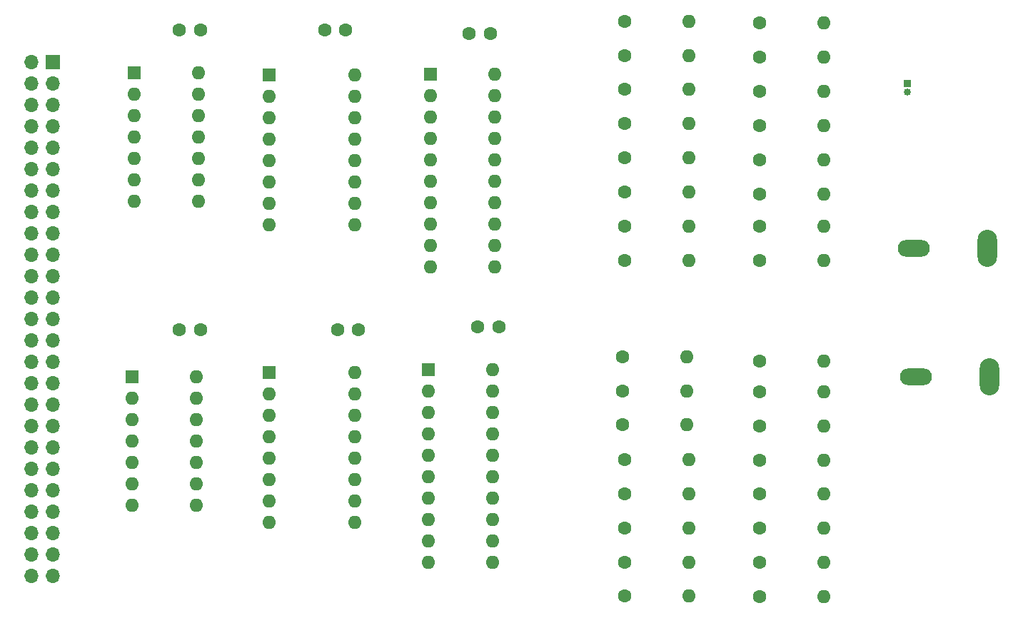
<source format=gbr>
%TF.GenerationSoftware,KiCad,Pcbnew,8.0.1*%
%TF.CreationDate,2024-06-17T09:25:23-04:00*%
%TF.ProjectId,lbporch,6c62706f-7263-4682-9e6b-696361645f70,rev?*%
%TF.SameCoordinates,Original*%
%TF.FileFunction,Soldermask,Top*%
%TF.FilePolarity,Negative*%
%FSLAX46Y46*%
G04 Gerber Fmt 4.6, Leading zero omitted, Abs format (unit mm)*
G04 Created by KiCad (PCBNEW 8.0.1) date 2024-06-17 09:25:23*
%MOMM*%
%LPD*%
G01*
G04 APERTURE LIST*
%ADD10R,1.600000X1.600000*%
%ADD11O,1.600000X1.600000*%
%ADD12R,0.850000X0.850000*%
%ADD13O,0.850000X0.850000*%
%ADD14C,1.600000*%
%ADD15O,2.304000X4.404000*%
%ADD16O,3.804000X2.004000*%
%ADD17R,1.700000X1.700000*%
%ADD18O,1.700000X1.700000*%
G04 APERTURE END LIST*
D10*
%TO.C,U2*%
X87884000Y-93726000D03*
D11*
X87884000Y-96266000D03*
X87884000Y-98806000D03*
X87884000Y-101346000D03*
X87884000Y-103886000D03*
X87884000Y-106426000D03*
X87884000Y-108966000D03*
X95504000Y-108966000D03*
X95504000Y-106426000D03*
X95504000Y-103886000D03*
X95504000Y-101346000D03*
X95504000Y-98806000D03*
X95504000Y-96266000D03*
X95504000Y-93726000D03*
%TD*%
D12*
%TO.C,J4*%
X179832000Y-58928000D03*
D13*
X179832000Y-59928000D03*
%TD*%
D10*
%TO.C,U3*%
X123261700Y-57870000D03*
D11*
X123261700Y-60410000D03*
X123261700Y-62950000D03*
X123261700Y-65490000D03*
X123261700Y-68030000D03*
X123261700Y-70570000D03*
X123261700Y-73110000D03*
X123261700Y-75650000D03*
X123261700Y-78190000D03*
X123261700Y-80730000D03*
X130881700Y-80730000D03*
X130881700Y-78190000D03*
X130881700Y-75650000D03*
X130881700Y-73110000D03*
X130881700Y-70570000D03*
X130881700Y-68030000D03*
X130881700Y-65490000D03*
X130881700Y-62950000D03*
X130881700Y-60410000D03*
X130881700Y-57870000D03*
%TD*%
D14*
%TO.C,C6*%
X93492000Y-52578000D03*
X95992000Y-52578000D03*
%TD*%
%TO.C,R24*%
X162306000Y-79926000D03*
D11*
X169926000Y-79926000D03*
%TD*%
D14*
%TO.C,R17*%
X162306000Y-51774000D03*
D11*
X169926000Y-51774000D03*
%TD*%
D14*
%TO.C,R32*%
X162306000Y-119804000D03*
D11*
X169926000Y-119804000D03*
%TD*%
D14*
%TO.C,R18*%
X162306000Y-55824000D03*
D11*
X169926000Y-55824000D03*
%TD*%
D14*
%TO.C,C4*%
X112248000Y-88138000D03*
X114748000Y-88138000D03*
%TD*%
D10*
%TO.C,U1*%
X88138000Y-57653000D03*
D11*
X88138000Y-60193000D03*
X88138000Y-62733000D03*
X88138000Y-65273000D03*
X88138000Y-67813000D03*
X88138000Y-70353000D03*
X88138000Y-72893000D03*
X95758000Y-72893000D03*
X95758000Y-70353000D03*
X95758000Y-67813000D03*
X95758000Y-65273000D03*
X95758000Y-62733000D03*
X95758000Y-60193000D03*
X95758000Y-57653000D03*
%TD*%
D14*
%TO.C,R26*%
X162306000Y-95504000D03*
D11*
X169926000Y-95504000D03*
%TD*%
D14*
%TO.C,R28*%
X162306000Y-103604000D03*
D11*
X169926000Y-103604000D03*
%TD*%
D14*
%TO.C,R1*%
X146304000Y-51548000D03*
D11*
X153924000Y-51548000D03*
%TD*%
D14*
%TO.C,R25*%
X162306000Y-91892000D03*
D11*
X169926000Y-91892000D03*
%TD*%
D14*
%TO.C,C3*%
X128849700Y-87842000D03*
X131349700Y-87842000D03*
%TD*%
%TO.C,R29*%
X162306000Y-107654000D03*
D11*
X169926000Y-107654000D03*
%TD*%
D14*
%TO.C,R13*%
X146304000Y-107612000D03*
D11*
X153924000Y-107612000D03*
%TD*%
D14*
%TO.C,R20*%
X162306000Y-63924000D03*
D11*
X169926000Y-63924000D03*
%TD*%
D10*
%TO.C,U5*%
X104100000Y-57927000D03*
D11*
X104100000Y-60467000D03*
X104100000Y-63007000D03*
X104100000Y-65547000D03*
X104100000Y-68087000D03*
X104100000Y-70627000D03*
X104100000Y-73167000D03*
X104100000Y-75707000D03*
X114260000Y-75707000D03*
X114260000Y-73167000D03*
X114260000Y-70627000D03*
X114260000Y-68087000D03*
X114260000Y-65547000D03*
X114260000Y-63007000D03*
X114260000Y-60467000D03*
X114260000Y-57927000D03*
%TD*%
D14*
%TO.C,R22*%
X162306000Y-72024000D03*
D11*
X169926000Y-72024000D03*
%TD*%
D14*
%TO.C,R31*%
X162306000Y-115754000D03*
D11*
X169926000Y-115754000D03*
%TD*%
D14*
%TO.C,R4*%
X146304000Y-63698000D03*
D11*
X153924000Y-63698000D03*
%TD*%
D15*
%TO.C,J3*%
X189515000Y-93726000D03*
D16*
X180815000Y-93726000D03*
%TD*%
D14*
%TO.C,R14*%
X146304000Y-111662000D03*
D11*
X153924000Y-111662000D03*
%TD*%
D14*
%TO.C,R16*%
X146304000Y-119762000D03*
D11*
X153924000Y-119762000D03*
%TD*%
D10*
%TO.C,U6*%
X104120000Y-93218000D03*
D11*
X104120000Y-95758000D03*
X104120000Y-98298000D03*
X104120000Y-100838000D03*
X104120000Y-103378000D03*
X104120000Y-105918000D03*
X104120000Y-108458000D03*
X104120000Y-110998000D03*
X114280000Y-110998000D03*
X114280000Y-108458000D03*
X114280000Y-105918000D03*
X114280000Y-103378000D03*
X114280000Y-100838000D03*
X114280000Y-98298000D03*
X114280000Y-95758000D03*
X114280000Y-93218000D03*
%TD*%
D14*
%TO.C,R10*%
X146050000Y-95392000D03*
D11*
X153670000Y-95392000D03*
%TD*%
D14*
%TO.C,R30*%
X162306000Y-111704000D03*
D11*
X169926000Y-111704000D03*
%TD*%
D14*
%TO.C,C2*%
X127873700Y-53044000D03*
X130373700Y-53044000D03*
%TD*%
%TO.C,R11*%
X146050000Y-99442000D03*
D11*
X153670000Y-99442000D03*
%TD*%
D14*
%TO.C,R12*%
X146304000Y-103562000D03*
D11*
X153924000Y-103562000D03*
%TD*%
D14*
%TO.C,R15*%
X146304000Y-115712000D03*
D11*
X153924000Y-115712000D03*
%TD*%
D10*
%TO.C,U4*%
X123007700Y-92922000D03*
D11*
X123007700Y-95462000D03*
X123007700Y-98002000D03*
X123007700Y-100542000D03*
X123007700Y-103082000D03*
X123007700Y-105622000D03*
X123007700Y-108162000D03*
X123007700Y-110702000D03*
X123007700Y-113242000D03*
X123007700Y-115782000D03*
X130627700Y-115782000D03*
X130627700Y-113242000D03*
X130627700Y-110702000D03*
X130627700Y-108162000D03*
X130627700Y-105622000D03*
X130627700Y-103082000D03*
X130627700Y-100542000D03*
X130627700Y-98002000D03*
X130627700Y-95462000D03*
X130627700Y-92922000D03*
%TD*%
D14*
%TO.C,R3*%
X146304000Y-59648000D03*
D11*
X153924000Y-59648000D03*
%TD*%
D14*
%TO.C,R6*%
X146304000Y-71798000D03*
D11*
X153924000Y-71798000D03*
%TD*%
D14*
%TO.C,R21*%
X162306000Y-67974000D03*
D11*
X169926000Y-67974000D03*
%TD*%
D14*
%TO.C,R8*%
X146304000Y-79898000D03*
D11*
X153924000Y-79898000D03*
%TD*%
D14*
%TO.C,R27*%
X162306000Y-99554000D03*
D11*
X169926000Y-99554000D03*
%TD*%
D14*
%TO.C,R19*%
X162306000Y-59874000D03*
D11*
X169926000Y-59874000D03*
%TD*%
D14*
%TO.C,C5*%
X93492000Y-88138000D03*
X95992000Y-88138000D03*
%TD*%
%TO.C,R2*%
X146304000Y-55598000D03*
D11*
X153924000Y-55598000D03*
%TD*%
D14*
%TO.C,R9*%
X146050000Y-91342000D03*
D11*
X153670000Y-91342000D03*
%TD*%
D14*
%TO.C,R23*%
X162306000Y-75876000D03*
D11*
X169926000Y-75876000D03*
%TD*%
D14*
%TO.C,R5*%
X146304000Y-67748000D03*
D11*
X153924000Y-67748000D03*
%TD*%
D14*
%TO.C,R7*%
X146304000Y-75848000D03*
D11*
X153924000Y-75848000D03*
%TD*%
D15*
%TO.C,J2*%
X189296000Y-78486000D03*
D16*
X180596000Y-78486000D03*
%TD*%
D14*
%TO.C,C1*%
X110704000Y-52593000D03*
X113204000Y-52593000D03*
%TD*%
D17*
%TO.C,J1*%
X78486000Y-56388000D03*
D18*
X75946000Y-56388000D03*
X78486000Y-58928000D03*
X75946000Y-58928000D03*
X78486000Y-61468000D03*
X75946000Y-61468000D03*
X78486000Y-64008000D03*
X75946000Y-64008000D03*
X78486000Y-66548000D03*
X75946000Y-66548000D03*
X78486000Y-69088000D03*
X75946000Y-69088000D03*
X78486000Y-71628000D03*
X75946000Y-71628000D03*
X78486000Y-74168000D03*
X75946000Y-74168000D03*
X78486000Y-76708000D03*
X75946000Y-76708000D03*
X78486000Y-79248000D03*
X75946000Y-79248000D03*
X78486000Y-81788000D03*
X75946000Y-81788000D03*
X78486000Y-84328000D03*
X75946000Y-84328000D03*
X78486000Y-86868000D03*
X75946000Y-86868000D03*
X78486000Y-89408000D03*
X75946000Y-89408000D03*
X78486000Y-91948000D03*
X75946000Y-91948000D03*
X78486000Y-94488000D03*
X75946000Y-94488000D03*
X78486000Y-97028000D03*
X75946000Y-97028000D03*
X78486000Y-99568000D03*
X75946000Y-99568000D03*
X78486000Y-102108000D03*
X75946000Y-102108000D03*
X78486000Y-104648000D03*
X75946000Y-104648000D03*
X78486000Y-107188000D03*
X75946000Y-107188000D03*
X78486000Y-109728000D03*
X75946000Y-109728000D03*
X78486000Y-112268000D03*
X75946000Y-112268000D03*
X78486000Y-114808000D03*
X75946000Y-114808000D03*
X78486000Y-117348000D03*
X75946000Y-117348000D03*
%TD*%
M02*

</source>
